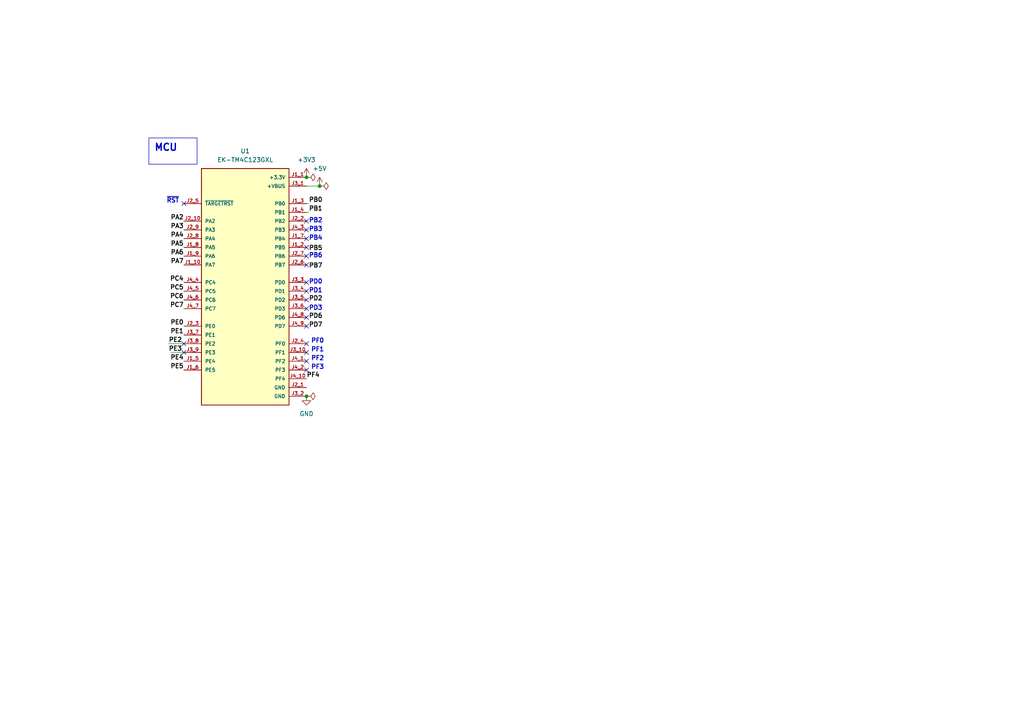
<source format=kicad_sch>
(kicad_sch (version 20231120) (generator "eeschema") (generator_version "8.0")
  (paper "A4")
  (lib_symbols
    (symbol "ECE445L:EK-TM4C123GXL" (pin_names (offset 1.016))
      (property "Reference" "U?" (at -12.7367 34.3099 0))
      (property "Value" "EK-TM4C123GXL" (at -12.7129 -38.1075 0))
      (symbol "EK-TM4C123GXL_0_0"
        (rectangle (start -12.7 -35.56) (end 12.7 33.02) (stroke (width 0.254)) (fill (type background)))
        (pin power_in line (at 17.78 30.48 180) (length 5.08) (name "+3.3V") (number "J1_1"))
        (pin bidirectional line (at -17.78 5.08 0) (length 5.08) (name "PA7") (number "J1_10"))
        (pin bidirectional line (at 17.78 22.86 180) (length 5.08) (name "PB0") (number "J1_3"))
        (pin bidirectional line (at 17.78 20.32 180) (length 5.08) (name "PB1") (number "J1_4"))
        (pin bidirectional line (at -17.78 -22.86 0) (length 5.08) (name "PE4") (number "J1_5"))
        (pin bidirectional line (at -17.78 -25.4 0) (length 5.08) (name "PE5") (number "J1_6"))
        (pin bidirectional line (at 17.78 12.7 180) (length 5.08) (name "PB4") (number "J1_7"))
        (pin bidirectional line (at -17.78 10.16 0) (length 5.08) (name "PA5") (number "J1_8"))
        (pin bidirectional line (at -17.78 7.62 0) (length 5.08) (name "PA6") (number "J1_9"))
        (pin power_in line (at 17.78 -30.48 180) (length 5.08) (name "GND") (number "J2_1"))
        (pin bidirectional line (at -17.78 17.78 0) (length 5.08) (name "PA2") (number "J2_10"))
        (pin bidirectional line (at 17.78 17.78 180) (length 5.08) (name "PB2") (number "J2_2"))
        (pin bidirectional line (at -17.78 -12.7 0) (length 5.08) (name "PE0") (number "J2_3"))
        (pin bidirectional line (at 17.78 -17.78 180) (length 5.08) (name "PF0") (number "J2_4"))
        (pin input line (at -17.78 22.86 0) (length 5.08) (name "~{TARGETRST}") (number "J2_5"))
        (pin bidirectional line (at 17.78 5.08 180) (length 5.08) (name "PB7") (number "J2_6"))
        (pin bidirectional line (at 17.78 7.62 180) (length 5.08) (name "PB6") (number "J2_7"))
        (pin bidirectional line (at -17.78 12.7 0) (length 5.08) (name "PA4") (number "J2_8"))
        (pin bidirectional line (at -17.78 15.24 0) (length 5.08) (name "PA3") (number "J2_9"))
        (pin power_in line (at 17.78 27.94 180) (length 5.08) (name "+VBUS") (number "J3_1"))
        (pin bidirectional line (at 17.78 -20.32 180) (length 5.08) (name "PF1") (number "J3_10"))
        (pin power_in line (at 17.78 -33.02 180) (length 5.08) (name "GND") (number "J3_2"))
        (pin bidirectional line (at 17.78 0 180) (length 5.08) (name "PD0") (number "J3_3"))
        (pin bidirectional line (at 17.78 -2.54 180) (length 5.08) (name "PD1") (number "J3_4"))
        (pin bidirectional line (at 17.78 -5.08 180) (length 5.08) (name "PD2") (number "J3_5"))
        (pin bidirectional line (at 17.78 -7.62 180) (length 5.08) (name "PD3") (number "J3_6"))
        (pin bidirectional line (at -17.78 -15.24 0) (length 5.08) (name "PE1") (number "J3_7"))
        (pin bidirectional line (at -17.78 -17.78 0) (length 5.08) (name "PE2") (number "J3_8"))
        (pin bidirectional line (at -17.78 -20.32 0) (length 5.08) (name "PE3") (number "J3_9"))
        (pin bidirectional line (at 17.78 -22.86 180) (length 5.08) (name "PF2") (number "J4_1"))
        (pin bidirectional line (at 17.78 -27.94 180) (length 5.08) (name "PF4") (number "J4_10"))
        (pin bidirectional line (at 17.78 -25.4 180) (length 5.08) (name "PF3") (number "J4_2"))
        (pin bidirectional line (at 17.78 15.24 180) (length 5.08) (name "PB3") (number "J4_3"))
        (pin bidirectional line (at -17.78 0 0) (length 5.08) (name "PC4") (number "J4_4"))
        (pin bidirectional line (at -17.78 -2.54 0) (length 5.08) (name "PC5") (number "J4_5"))
        (pin bidirectional line (at -17.78 -5.08 0) (length 5.08) (name "PC6") (number "J4_6"))
        (pin bidirectional line (at -17.78 -7.62 0) (length 5.08) (name "PC7") (number "J4_7"))
        (pin bidirectional line (at 17.78 -10.16 180) (length 5.08) (name "PD6") (number "J4_8"))
        (pin bidirectional line (at 17.78 -12.7 180) (length 5.08) (name "PD7") (number "J4_9"))
      )
      (symbol "EK-TM4C123GXL_1_0"
        (pin bidirectional line (at 17.78 10.16 180) (length 5.08) (name "PB5") (number "J1_2"))
      )
    )
    (symbol "power:+3V3" (power) (pin_numbers hide) (pin_names (offset 0) hide)
      (property "Value" "+3V3" (at 0 3.556 0))
      (symbol "+3V3_0_1"
        (polyline (pts (xy -0.762 1.27) (xy 0 2.54)))
        (polyline (pts (xy 0 0) (xy 0 2.54)))
        (polyline (pts (xy 0 2.54) (xy 0.762 1.27)))
      )
      (symbol "+3V3_1_1"
        (pin power_in line (at 0 0 90) (length 0) (name "~") (number "1"))
      )
    )
    (symbol "power:+5V" (power) (pin_numbers hide) (pin_names (offset 0) hide)
      (property "Value" "+5V" (at 0 3.556 0))
      (symbol "+5V_0_1"
        (polyline (pts (xy -0.762 1.27) (xy 0 2.54)))
        (polyline (pts (xy 0 0) (xy 0 2.54)))
        (polyline (pts (xy 0 2.54) (xy 0.762 1.27)))
      )
      (symbol "+5V_1_1"
        (pin power_in line (at 0 0 90) (length 0) (name "~") (number "1"))
      )
    )
    (symbol "power:GND" (power) (pin_numbers hide) (pin_names (offset 0) hide)
      (property "Value" "GND" (at 0 -3.81 0))
      (symbol "GND_0_1"
        (polyline (pts (xy 0 0) (xy 0 -1.27) (xy 1.27 -1.27) (xy 0 -2.54) (xy -1.27 -1.27) (xy 0 -1.27)))
      )
      (symbol "GND_1_1"
        (pin power_in line (at 0 0 270) (length 0) (name "~") (number "1"))
      )
    )
    (symbol "power:PWR_FLAG" (power) (pin_numbers hide) (pin_names (offset 0) hide)
      (property "Value" "PWR_FLAG" (at 0 3.81 0))
      (symbol "PWR_FLAG_0_0"
        (pin power_out line (at 0 0 90) (length 0) (name "~") (number "1"))
      )
      (symbol "PWR_FLAG_0_1"
        (polyline (pts (xy 0 0) (xy 0 1.27) (xy -1.016 1.905) (xy 0 2.54) (xy 1.016 1.905) (xy 0 1.27)))
      )
    )
  )
  (junction (at 88.9 51.435))
  (junction (at 88.9 114.935))
  (junction (at 92.71 53.975))
  (no_connect (at 88.9 69.215))
  (no_connect (at 88.9 76.835))
  (no_connect (at 88.9 94.615))
  (no_connect (at 53.34 99.695))
  (no_connect (at 88.9 64.135))
  (no_connect (at 88.9 107.315))
  (no_connect (at 88.9 92.075))
  (no_connect (at 88.9 86.995))
  (no_connect (at 88.9 74.295))
  (no_connect (at 88.9 104.775))
  (no_connect (at 53.34 59.055))
  (no_connect (at 88.9 99.695))
  (no_connect (at 88.9 102.235))
  (no_connect (at 88.9 89.535))
  (no_connect (at 88.9 81.915))
  (no_connect (at 53.34 102.235))
  (no_connect (at 88.9 71.755))
  (no_connect (at 88.9 84.455))
  (no_connect (at 88.9 66.675))
  (wire (pts (xy 48.895 99.695) (xy 53.34 99.695)))
  (wire (pts (xy 49.53 102.235) (xy 53.34 102.235)))
  (wire (pts (xy 88.9 53.975) (xy 92.71 53.975)))
  (wire (pts (xy 89.535 59.055) (xy 88.9 59.055)))
  (wire (pts (xy 89.535 61.595) (xy 88.9 61.595)))
  (text_box "MCU" (at 43.18 40.005 0) (size 13.97 7.62) (effects (font (size 2 2) (thickness 0.4) (bold yes)) (justify left top)))
  (text "~{RST}" (at 48.26 59.055 0) (effects (font (size 1.27 1.27) (bold yes)) (justify left bottom)))
  (text "PB2" (at 89.535 64.77 0) (effects (font (size 1.27 1.27) (bold yes)) (justify left bottom)))
  (text "PD3" (at 89.535 90.17 0) (effects (font (size 1.27 1.27) (bold yes)) (justify left bottom)))
  (text "PF3" (at 90.17 107.315 0) (effects (font (size 1.27 1.27) (bold yes)) (justify left bottom)))
  (text "PB3" (at 89.535 67.31 0) (effects (font (size 1.27 1.27) (bold yes)) (justify left bottom)))
  (text "PB4" (at 89.535 69.85 0) (effects (font (size 1.27 1.27) (bold yes)) (justify left bottom)))
  (text "PD1" (at 89.535 85.09 0) (effects (font (size 1.27 1.27) (bold yes)) (justify left bottom)))
  (text "PF1" (at 90.17 102.235 0) (effects (font (size 1.27 1.27) (bold yes)) (justify left bottom)))
  (text "PB6" (at 89.535 74.93 0) (effects (font (size 1.27 1.27) (bold yes)) (justify left bottom)))
  (text "PD0" (at 89.535 82.55 0) (effects (font (size 1.27 1.27) (bold yes)) (justify left bottom)))
  (text "PF2" (at 90.17 104.775 0) (effects (font (size 1.27 1.27) (bold yes)) (justify left bottom)))
  (text "PF0" (at 90.17 99.695 0) (effects (font (size 1.27 1.27) (bold yes)) (justify left bottom)))
  (label "PE2" (at 48.895 99.695 0) (effects (font (thickness 0.254) (bold yes))))
  (label "PA7" (at 53.34 76.835 180) (effects (font (bold yes))))
  (label "PD6" (at 89.535 92.71 0) (effects (font (thickness 0.254) (bold yes))))
  (label "PC5" (at 53.34 84.455 180) (effects (font (bold yes))))
  (label "PB1" (at 89.535 61.595 0) (effects (font (bold yes))))
  (label "PC6" (at 53.34 86.995 180) (effects (font (bold yes))))
  (label "PB7" (at 89.535 78.105 0) (effects (font (thickness 0.254) (bold yes))))
  (label "PA2" (at 53.34 64.135 180) (effects (font (bold yes))))
  (label "PA4" (at 53.34 69.215 180) (effects (font (bold yes))))
  (label "PC4" (at 53.34 81.915 180) (effects (font (bold yes))))
  (label "PB5" (at 89.535 73.025 0) (effects (font (thickness 0.254) (bold yes))))
  (label "PD7" (at 89.535 95.25 0) (effects (font (thickness 0.254) (bold yes))))
  (label "PA3" (at 53.34 66.675 180) (effects (font (bold yes))))
  (label "PF4" (at 88.9 109.855 0) (effects (font (bold yes))))
  (label "PE4" (at 53.34 104.775 180) (effects (font (bold yes))))
  (label "PD2" (at 89.535 87.63 0) (effects (font (thickness 0.254) (bold yes))))
  (label "PA5" (at 53.34 71.755 180) (effects (font (bold yes))))
  (label "PE0" (at 53.34 94.615 180) (effects (font (bold yes))))
  (label "PC7" (at 53.34 89.535 180) (effects (font (bold yes))))
  (label "PE5" (at 53.34 107.315 180) (effects (font (bold yes))))
  (label "PE1" (at 53.34 97.155 180) (effects (font (bold yes))))
  (label "PB0" (at 89.535 59.055 0) (effects (font (bold yes))))
  (label "PE3" (at 48.895 102.235 0) (effects (font (thickness 0.254) (bold yes))))
  (label "PA6" (at 53.34 74.295 180) (effects (font (bold yes))))
  (symbol (lib_id "power:PWR_FLAG") (at 92.71 53.975 270) (unit 1)
    (property "Reference" "#FLG03" (effects (hide yes)))
    (property "Value" "PWR_FLAG" (effects (hide yes)))
    (property "Description" "Special symbol for telling ERC where power comes from" (effects (hide yes)))
  )
  (symbol (lib_id "power:PWR_FLAG") (at 88.9 51.435 270) (unit 1)
    (property "Reference" "#FLG01" (effects (hide yes)))
    (property "Value" "PWR_FLAG" (effects (hide yes)))
    (property "Description" "Special symbol for telling ERC where power comes from" (effects (hide yes)))
  )
  (symbol (lib_id "ECE445L:EK-TM4C123GXL") (at 71.12 81.915 0) (unit 1)
    (property "Reference" "U1" (at 71.12 43.815 0))
    (property "Value" "EK-TM4C123GXL" (at 71.12 46.355 0))
    (property "Footprint" "ECE445L:ti_EKTM4C123GXL" (effects (hide yes)))
    (property "Datasheet" "https://www.ti.com/lit/ds/symlink/tm4c123gh6pm.pdf?ts=1693244962384&ref_url=https%253A%252F%252Fwww.google.com%252F" (effects (hide yes)))
    (property "Distributor" "Mouser" (effects (hide yes)))
    (property "Manufacturer" "Texas Instruments" (effects (hide yes)))
    (property "P/N" "EK-TM4C123GXL" (effects (hide yes)))
    (property "Cost" "22.60" (effects (hide yes)))
  )
  (symbol (lib_id "power:+5V") (at 92.71 53.975 0) (unit 1)
    (property "Reference" "#PWR06" (effects (hide yes)))
    (property "Value" "+5V" (at 92.71 48.895 0))
    (property "Description" "Power symbol creates a global label with name \"+5V\"" (effects (hide yes)))
  )
  (symbol (lib_id "power:+3V3") (at 88.9 51.435 0) (unit 1)
    (property "Reference" "#PWR04" (effects (hide yes)))
    (property "Value" "+3V3" (at 88.9 46.355 0))
    (property "Description" "Power symbol creates a global label with name \"+3V3\"" (effects (hide yes)))
  )
  (symbol (lib_id "power:PWR_FLAG") (at 88.9 114.935 270) (unit 1)
    (property "Reference" "#FLG02" (effects (hide yes)))
    (property "Value" "PWR_FLAG" (effects (hide yes)))
    (property "Description" "Special symbol for telling ERC where power comes from" (effects (hide yes)))
  )
  (symbol (lib_id "power:GND") (at 88.9 114.935 0) (unit 1)
    (property "Reference" "#PWR05" (effects (hide yes)))
    (property "Value" "GND" (at 88.9 120.015 0))
    (property "Description" "Power symbol creates a global label with name \"GND\" , ground" (effects (hide yes)))
  )
)
</source>
